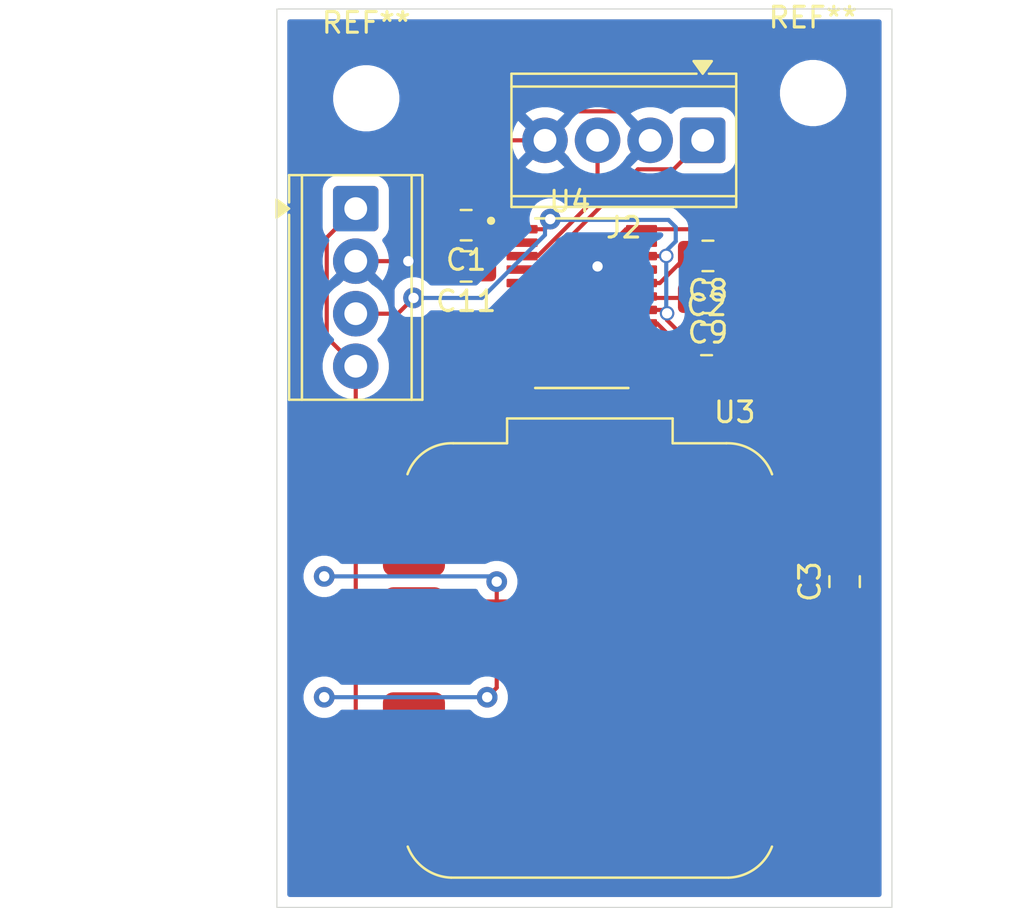
<source format=kicad_pcb>
(kicad_pcb (version 20241229) (generator "pcbnew") (generator_version "9.0")
  (layers (0 "F.Cu" signal) (2 "B.Cu" signal) (13 "F.Paste" user) (15 "B.Paste" user) (5 "F.SilkS" user "F.Silkscreen") (7 "B.SilkS" user "B.Silkscreen") (1 "F.Mask" user) (3 "B.Mask" user) (25 "Edge.Cuts" user))
  (net 0 "")
  (net 1 "+3.3V")
  (net 2 "Net-(U4-REF)")
  (net 3 "Net-(U4-REFCAP)")
  (net 4 "Net-(U3-PA6_A10_D10_MOSI)")
  (net 5 "Net-(U3-PA7_A8_D8_SCK)")
  (net 8 "Net-(U3-PA02_A0_D0)")
  (net 11 "Net-(U3-PA4_A1_D1)")
  (net 14 "Net-(U3-PA5_A9_D9_MISO)")
  (net 16 "Net-(J2-Pin_3)")
  (net 17 "Net-(J2-Pin_1)")
  (net 23 "+5V")
  (net 24 "GND")
  (footprint "RF_Module:MCU_Seeed_ESP32C3" (layer "F.Cu") (at 149.996 114.046)
    (property "Reference" "U3" (at 7 -12 0) (layer "F.SilkS"))
    (property "Value" "MOUDLE-SEEEDUINO-XIAO-ESP32C3")
    (fp_line (start -6.7 10.5) (end 6.7 10.5) (stroke (width 0.12)) (layer "F.SilkS"))
    (fp_line (start -4 -11.7) (end 4 -11.7) (stroke (width 0.12)) (layer "F.SilkS"))
    (fp_line (start -4 -10.5) (end -6.6 -10.5) (stroke (width 0.12)) (layer "F.SilkS"))
    (fp_line (start -4 -10.5) (end -4 -11.7) (stroke (width 0.12)) (layer "F.SilkS"))
    (fp_line (start 4 -11.7) (end 4 -10.5) (stroke (width 0.12)) (layer "F.SilkS"))
    (fp_line (start 6.6 -10.5) (end 4 -10.5) (stroke (width 0.12)) (layer "F.SilkS"))
    (fp_arc (start -8.812892 -9.00468) (mid -7.949609 -10.111769) (end -6.600468 -10.499999) (stroke (width 0.12)) (layer "F.SilkS"))
    (fp_arc (start -6.7 10.5) (mid -7.977232 10.068125) (end -8.8 9) (stroke (width 0.12)) (layer "F.SilkS"))
    (fp_arc (start 6.6 -10.499999) (mid 7.944325 -10.107116) (end 8.804034 -9.001464) (stroke (width 0.12)) (layer "F.SilkS"))
    (fp_arc (start 8.8 9) (mid 7.977232 10.068125) (end 6.7 10.5) (stroke (width 0.12)) (layer "F.SilkS"))
    (pad "1" smd roundrect (at -8.5 -7.62) (size 3 2) (layers "F.Cu" "F.Mask" "F.Paste") (net 8 "Net-(U3-PA02_A0_D0)"))
    (pad "2" smd roundrect (at -8.5 -5.08) (size 3 2) (layers "F.Cu" "F.Mask" "F.Paste") (net 11 "Net-(U3-PA4_A1_D1)"))
    (pad "3" smd roundrect (at -8.5 -2.54) (size 3 2) (layers "F.Cu" "F.Mask" "F.Paste"))
    (pad "4" smd roundrect (at -8.5 0) (size 3 2) (layers "F.Cu" "F.Mask" "F.Paste"))
    (pad "5" smd roundrect (at -8.5 2.54) (size 3 2) (layers "F.Cu" "F.Mask" "F.Paste"))
    (pad "6" smd roundrect (at -8.5 5.08) (size 3 2) (layers "F.Cu" "F.Mask" "F.Paste"))
    (pad "7" smd roundrect (at -8.5 7.62) (size 3 2) (layers "F.Cu" "F.Mask" "F.Paste"))
    (pad "8" smd roundrect (at 8.5 7.62) (size 3 2) (layers "F.Cu" "F.Mask" "F.Paste"))
    (pad "9" smd roundrect (at 8.5 5.08) (size 3 2) (layers "F.Cu" "F.Mask" "F.Paste") (net 5 "Net-(U3-PA7_A8_D8_SCK)"))
    (pad "10" smd roundrect (at 8.5 2.54) (size 3 2) (layers "F.Cu" "F.Mask" "F.Paste") (net 14 "Net-(U3-PA5_A9_D9_MISO)"))
    (pad "11" smd roundrect (at 8.5 0) (size 3 2) (layers "F.Cu" "F.Mask" "F.Paste") (net 4 "Net-(U3-PA6_A10_D10_MOSI)"))
    (pad "12" smd roundrect (at 8.5 -2.54) (size 3 2) (layers "F.Cu" "F.Mask" "F.Paste") (net 1 "+3.3V"))
    (pad "13" smd roundrect (at 8.5 -5.08) (size 3 2) (layers "F.Cu" "F.Mask" "F.Paste") (net 24 "GND"))
    (pad "14" smd roundrect (at 8.5 -7.62) (size 3 2) (layers "F.Cu" "F.Mask" "F.Paste"))
    (pad "15" smd roundrect (at 2.1 0.6) (size 3.5 3.5) (property pad_prop_heatsink) (layers "F.Cu" "F.Mask") (roundrect_rratio 0.07142857143))
    (pad "16" smd roundrect (at -4.5 -0.4) (size 2.3 1.3) (layers "F.Cu" "F.Mask" "F.Paste") (roundrect_rratio 0.1923076923))
    (pad "17" smd roundrect (at -4.5 -2.3) (size 2.3 1.3) (layers "F.Cu" "F.Mask" "F.Paste") (roundrect_rratio 0.1923076923))
    (pad "18" smd circle (at -1.27 -8.62) (size 1.3 1.3) (layers "F.Cu" "F.Mask" "F.Paste"))
    (pad "19" smd circle (at -1.27 -6.04) (size 1.3 1.3) (layers "F.Cu" "F.Mask" "F.Paste"))
    (pad "20" smd circle (at -1.27 -3.5) (size 1.3 1.3) (layers "F.Cu" "F.Mask" "F.Paste"))
    (pad "21" smd circle (at 1.27 -3.5) (size 1.3 1.3) (layers "F.Cu" "F.Mask" "F.Paste"))
    (pad "22" smd circle (at 1.27 -6.04) (size 1.3 1.3) (layers "F.Cu" "F.Mask" "F.Paste"))
    (pad "23" smd circle (at 1.27 -8.62) (size 1.3 1.3) (layers "F.Cu" "F.Mask" "F.Paste"))
  )
  (footprint "MountingHole:MountingHole_2.7mm_M2.5" (layer "F.Cu") (at 139.192 86.868)
    (property "Reference" "REF**" (at 0 -3.65 0) (layer "F.SilkS"))
    (property "Value" "MountingHole_2.7mm_M2.5")
    (pad "" np_thru_hole circle (at 0 0) (size 2.7 2.7) (drill 2.7) (layers "*.Cu" "*.Mask"))
  )
  (footprint "Max1032:SOP65P640X110-24N" (layer "F.Cu") (at 149.606 96.774)
    (property "Reference" "U4" (at -0.575 -4.912 0) (layer "F.SilkS"))
    (property "Value" "MAX1032BEUG_")
    (fp_line (start -2.25 -4.1) (end 2.25 -4.1) (stroke (width 0.127)) (layer "F.SilkS"))
    (fp_line (start -2.25 4.1) (end 2.25 4.1) (stroke (width 0.127)) (layer "F.SilkS"))
    (fp_circle (center -4.385 -3.985) (end -4.285 -3.985) (stroke (width 0.2)) (fill no) (layer "F.SilkS"))
    (pad "1" smd roundrect (at -2.885 -3.575) (size 1.5 0.41) (layers "F.Cu" "F.Mask" "F.Paste") (roundrect_rratio 0.125) (net 23 "+5V"))
    (pad "2" smd roundrect (at -2.885 -2.925) (size 1.5 0.41) (layers "F.Cu" "F.Mask" "F.Paste") (roundrect_rratio 0.125) (net 23 "+5V"))
    (pad "3" smd roundrect (at -2.885 -2.275) (size 1.5 0.41) (layers "F.Cu" "F.Mask" "F.Paste") (roundrect_rratio 0.125) (net 16 "Net-(J2-Pin_3)"))
    (pad "4" smd roundrect (at -2.885 -1.625) (size 1.5 0.41) (layers "F.Cu" "F.Mask" "F.Paste") (roundrect_rratio 0.125) (net 17 "Net-(J2-Pin_1)"))
    (pad "5" smd roundrect (at -2.885 -0.975) (size 1.5 0.41) (layers "F.Cu" "F.Mask" "F.Paste") (roundrect_rratio 0.125))
    (pad "6" smd roundrect (at -2.885 -0.325) (size 1.5 0.41) (layers "F.Cu" "F.Mask" "F.Paste") (roundrect_rratio 0.125))
    (pad "7" smd roundrect (at -2.885 0.325) (size 1.5 0.41) (layers "F.Cu" "F.Mask" "F.Paste") (roundrect_rratio 0.125))
    (pad "8" smd roundrect (at -2.885 0.975) (size 1.5 0.41) (layers "F.Cu" "F.Mask" "F.Paste") (roundrect_rratio 0.125))
    (pad "9" smd roundrect (at -2.885 1.625) (size 1.5 0.41) (layers "F.Cu" "F.Mask" "F.Paste") (roundrect_rratio 0.125))
    (pad "10" smd roundrect (at -2.885 2.275) (size 1.5 0.41) (layers "F.Cu" "F.Mask" "F.Paste") (roundrect_rratio 0.125) (net 8 "Net-(U3-PA02_A0_D0)"))
    (pad "11" smd roundrect (at -2.885 2.925) (size 1.5 0.41) (layers "F.Cu" "F.Mask" "F.Paste") (roundrect_rratio 0.125) (net 4 "Net-(U3-PA6_A10_D10_MOSI)"))
    (pad "12" smd roundrect (at -2.885 3.575) (size 1.5 0.41) (layers "F.Cu" "F.Mask" "F.Paste") (roundrect_rratio 0.125) (net 11 "Net-(U3-PA4_A1_D1)"))
    (pad "13" smd roundrect (at 2.885 3.575) (size 1.5 0.41) (layers "F.Cu" "F.Mask" "F.Paste") (roundrect_rratio 0.125) (net 5 "Net-(U3-PA7_A8_D8_SCK)"))
    (pad "14" smd roundrect (at 2.885 2.925) (size 1.5 0.41) (layers "F.Cu" "F.Mask" "F.Paste") (roundrect_rratio 0.125) (net 14 "Net-(U3-PA5_A9_D9_MISO)"))
    (pad "15" smd roundrect (at 2.885 2.275) (size 1.5 0.41) (layers "F.Cu" "F.Mask" "F.Paste") (roundrect_rratio 0.125) (net 24 "GND"))
    (pad "16" smd roundrect (at 2.885 1.625) (size 1.5 0.41) (layers "F.Cu" "F.Mask" "F.Paste") (roundrect_rratio 0.125) (net 24 "GND"))
    (pad "17" smd roundrect (at 2.885 0.975) (size 1.5 0.41) (layers "F.Cu" "F.Mask" "F.Paste") (roundrect_rratio 0.125) (net 1 "+3.3V"))
    (pad "18" smd roundrect (at 2.885 0.325) (size 1.5 0.41) (layers "F.Cu" "F.Mask" "F.Paste") (roundrect_rratio 0.125) (net 23 "+5V"))
    (pad "19" smd roundrect (at 2.885 -0.325) (size 1.5 0.41) (layers "F.Cu" "F.Mask" "F.Paste") (roundrect_rratio 0.125) (net 3 "Net-(U4-REFCAP)"))
    (pad "20" smd roundrect (at 2.885 -0.975) (size 1.5 0.41) (layers "F.Cu" "F.Mask" "F.Paste") (roundrect_rratio 0.125) (net 2 "Net-(U4-REF)"))
    (pad "21" smd roundrect (at 2.885 -1.625) (size 1.5 0.41) (layers "F.Cu" "F.Mask" "F.Paste") (roundrect_rratio 0.125) (net 24 "GND"))
    (pad "22" smd roundrect (at 2.885 -2.275) (size 1.5 0.41) (layers "F.Cu" "F.Mask" "F.Paste") (roundrect_rratio 0.125) (net 23 "+5V"))
    (pad "23" smd roundrect (at 2.885 -2.925) (size 1.5 0.41) (layers "F.Cu" "F.Mask" "F.Paste") (roundrect_rratio 0.125) (net 24 "GND"))
    (pad "24" smd roundrect (at 2.885 -3.575) (size 1.5 0.41) (layers "F.Cu" "F.Mask" "F.Paste") (roundrect_rratio 0.125) (net 24 "GND"))
  )
  (footprint "Capacitor_SMD:C_0805_2012Metric" (layer "F.Cu") (at 155.702 94.488 180)
    (property "Reference" "C8" (at 0 -1.68 0) (layer "F.SilkS"))
    (property "Value" "1e-6")
    (fp_line (start -0.261252 0.735) (end 0.261252 0.735) (stroke (width 0.12)) (layer "F.SilkS"))
    (fp_line (start -0.261252 -0.735) (end 0.261252 -0.735) (stroke (width 0.12)) (layer "F.SilkS"))
    (pad "1" smd roundrect (at -0.95 0 180) (size 1 1.45) (layers "F.Cu" "F.Mask" "F.Paste") (net 24 "GND"))
    (pad "2" smd roundrect (at 0.95 0 180) (size 1 1.45) (layers "F.Cu" "F.Mask" "F.Paste") (net 2 "Net-(U4-REF)"))
  )
  (footprint "TerminalBlock_Phoenix:TerminalBlock_Phoenix_MPT-0,5-4-2.54_1x04_P2.54mm_Horizontal" (layer "F.Cu") (at 155.448 88.9 180)
    (property "Reference" "J2" (at 3.81 -4.22 0) (layer "F.SilkS"))
    (property "Value" "Screw_Terminal_01x04")
    (fp_line (start 9.24 3.22) (end 0.3 3.22) (stroke (width 0.12)) (layer "F.SilkS"))
    (fp_line (start 9.24 -3.22) (end 9.24 3.22) (stroke (width 0.12)) (layer "F.SilkS"))
    (fp_line (start -0.3 3.22) (end -1.62 3.22) (stroke (width 0.12)) (layer "F.SilkS"))
    (fp_line (start -1.62 3.22) (end -1.62 -3.22) (stroke (width 0.12)) (layer "F.SilkS"))
    (fp_line (start -1.62 2.6) (end 9.24 2.6) (stroke (width 0.12)) (layer "F.SilkS"))
    (fp_line (start -1.62 -2.7) (end 9.24 -2.7) (stroke (width 0.12)) (layer "F.SilkS"))
    (fp_line (start -1.62 -3.22) (end 9.24 -3.22) (stroke (width 0.12)) (layer "F.SilkS"))
    (fp_poly (pts (xy 0 3.22) (xy 0.44 3.83) (xy -0.44 3.83)) (stroke (width 0.12)) (fill yes) (layer "F.SilkS"))
    (pad "1" thru_hole roundrect (at 0 0 180) (size 2.2 2.2) (drill 1.1) (layers "*.Cu" "*.Mask") (roundrect_rratio 0.113636) (net 17 "Net-(J2-Pin_1)"))
    (pad "2" thru_hole circle (at 2.54 0 180) (size 2.2 2.2) (drill 1.1) (layers "*.Cu" "*.Mask") (net 24 "GND"))
    (pad "3" thru_hole circle (at 5.08 0 180) (size 2.2 2.2) (drill 1.1) (layers "*.Cu" "*.Mask") (net 16 "Net-(J2-Pin_3)"))
    (pad "4" thru_hole circle (at 7.62 0 180) (size 2.2 2.2) (drill 1.1) (layers "*.Cu" "*.Mask") (net 24 "GND"))
  )
  (footprint "Capacitor_SMD:C_0805_2012Metric" (layer "F.Cu") (at 144.018 94.996 180)
    (property "Reference" "C11" (at 0 -1.68 0) (layer "F.SilkS"))
    (property "Value" "0.1e-6")
    (fp_line (start -0.261252 0.735) (end 0.261252 0.735) (stroke (width 0.12)) (layer "F.SilkS"))
    (fp_line (start -0.261252 -0.735) (end 0.261252 -0.735) (stroke (width 0.12)) (layer "F.SilkS"))
    (pad "1" smd roundrect (at -0.95 0 180) (size 1 1.45) (layers "F.Cu" "F.Mask" "F.Paste") (net 23 "+5V"))
    (pad "2" smd roundrect (at 0.95 0 180) (size 1 1.45) (layers "F.Cu" "F.Mask" "F.Paste") (net 24 "GND"))
  )
  (footprint "Capacitor_SMD:C_0805_2012Metric" (layer "F.Cu") (at 155.702 96.52 180)
    (property "Reference" "C9" (at 0 -1.68 0) (layer "F.SilkS"))
    (property "Value" "0.1e-6")
    (fp_line (start -0.261252 0.735) (end 0.261252 0.735) (stroke (width 0.12)) (layer "F.SilkS"))
    (fp_line (start -0.261252 -0.735) (end 0.261252 -0.735) (stroke (width 0.12)) (layer "F.SilkS"))
    (pad "1" smd roundrect (at -0.95 0 180) (size 1 1.45) (layers "F.Cu" "F.Mask" "F.Paste") (net 24 "GND"))
    (pad "2" smd roundrect (at 0.95 0 180) (size 1 1.45) (layers "F.Cu" "F.Mask" "F.Paste") (net 3 "Net-(U4-REFCAP)"))
  )
  (footprint "Capacitor_SMD:C_0805_2012Metric" (layer "F.Cu") (at 155.636 98.552)
    (property "Reference" "C2" (at 0 -1.68 0) (layer "F.SilkS"))
    (property "Value" "0.1e-6")
    (fp_line (start -0.261252 -0.735) (end 0.261252 -0.735) (stroke (width 0.12)) (layer "F.SilkS"))
    (fp_line (start -0.261252 0.735) (end 0.261252 0.735) (stroke (width 0.12)) (layer "F.SilkS"))
    (pad "1" smd roundrect (at -0.95 0) (size 1 1.45) (layers "F.Cu" "F.Mask" "F.Paste") (net 23 "+5V"))
    (pad "2" smd roundrect (at 0.95 0) (size 1 1.45) (layers "F.Cu" "F.Mask" "F.Paste") (net 24 "GND"))
  )
  (footprint "Capacitor_SMD:C_0805_2012Metric" (layer "F.Cu") (at 162.306 110.236 90)
    (property "Reference" "C3" (at 0 -1.68 90) (layer "F.SilkS"))
    (property "Value" "0.1e-6")
    (fp_line (start -0.261252 -0.735) (end 0.261252 -0.735) (stroke (width 0.12)) (layer "F.SilkS"))
    (fp_line (start -0.261252 0.735) (end 0.261252 0.735) (stroke (width 0.12)) (layer "F.SilkS"))
    (pad "1" smd roundrect (at -0.95 0 90) (size 1 1.45) (layers "F.Cu" "F.Mask" "F.Paste") (net 1 "+3.3V"))
    (pad "2" smd roundrect (at 0.95 0 90) (size 1 1.45) (layers "F.Cu" "F.Mask" "F.Paste") (net 24 "GND"))
  )
  (footprint "Capacitor_SMD:C_0805_2012Metric" (layer "F.Cu") (at 144.018 93.0025 180)
    (property "Reference" "C1" (at 0 -1.68 0) (layer "F.SilkS"))
    (property "Value" "0.1e-6")
    (fp_line (start -0.261252 0.735) (end 0.261252 0.735) (stroke (width 0.12)) (layer "F.SilkS"))
    (fp_line (start -0.261252 -0.735) (end 0.261252 -0.735) (stroke (width 0.12)) (layer "F.SilkS"))
    (pad "1" smd roundrect (at -0.95 0 180) (size 1 1.45) (layers "F.Cu" "F.Mask" "F.Paste") (net 23 "+5V"))
    (pad "2" smd roundrect (at 0.95 0 180) (size 1 1.45) (layers "F.Cu" "F.Mask" "F.Paste") (net 24 "GND"))
  )
  (footprint "TerminalBlock_Phoenix:TerminalBlock_Phoenix_MPT-0,5-4-2.54_1x04_P2.54mm_Horizontal" (layer "F.Cu") (at 138.684 92.202 -90)
    (property "Reference" "J1" (hide yes))
    (property "Value" "Screw_Terminal_01x04" (hide yes))
    (fp_line (start -1.62 3.22) (end -1.62 -3.22) (stroke (width 0.12)) (layer "F.SilkS"))
    (fp_line (start -0.3 3.22) (end -1.62 3.22) (stroke (width 0.12)) (layer "F.SilkS"))
    (fp_line (start 9.24 3.22) (end 0.3 3.22) (stroke (width 0.12)) (layer "F.SilkS"))
    (fp_line (start -1.62 2.6) (end 9.24 2.6) (stroke (width 0.12)) (layer "F.SilkS"))
    (fp_line (start -1.62 -2.7) (end 9.24 -2.7) (stroke (width 0.12)) (layer "F.SilkS"))
    (fp_line (start -1.62 -3.22) (end 9.24 -3.22) (stroke (width 0.12)) (layer "F.SilkS"))
    (fp_line (start 9.24 -3.22) (end 9.24 3.22) (stroke (width 0.12)) (layer "F.SilkS"))
    (fp_poly (pts (xy 0 3.22) (xy 0.44 3.83) (xy -0.44 3.83)) (stroke (width 0.12)) (fill yes) (layer "F.SilkS"))
    (pad "1" thru_hole roundrect (at 0 0 270) (size 2.2 2.2) (drill 1.1) (layers "*.Cu" "*.Mask") (roundrect_rratio 0.113636) (net 1 "+3.3V"))
    (pad "2" thru_hole circle (at 2.54 0 270) (size 2.2 2.2) (drill 1.1) (layers "*.Cu" "*.Mask") (net 24 "GND"))
    (pad "3" thru_hole circle (at 5.08 0 270) (size 2.2 2.2) (drill 1.1) (layers "*.Cu" "*.Mask") (net 23 "+5V"))
    (pad "4" thru_hole circle (at 7.62 0 270) (size 2.2 2.2) (drill 1.1) (layers "*.Cu" "*.Mask") (net 1 "+3.3V"))
  )
  (footprint "MountingHole:MountingHole_2.7mm_M2.5" (layer "F.Cu") (at 160.782 86.614)
    (property "Reference" "REF**" (at 0 -3.65 0) (layer "F.SilkS"))
    (property "Value" "MountingHole_2.7mm_M2.5")
    (pad "" np_thru_hole circle (at 0 0) (size 2.7 2.7) (drill 2.7) (layers "*.Cu" "*.Mask"))
  )
  (gr_line (start 134.874 82.55) (end 164.592 82.55) (stroke (width 0.05)) (layer "Edge.Cuts"))
  (gr_line (start 134.874 125.984) (end 134.874 82.55) (stroke (width 0.05)) (layer "Edge.Cuts"))
  (gr_line (start 164.592 82.55) (end 164.592 125.984) (stroke (width 0.05)) (layer "Edge.Cuts"))
  (gr_line (start 164.592 125.984) (end 134.874 125.984) (stroke (width 0.05)) (layer "Edge.Cuts"))
  (segment (start 145.496 115.362) (end 145.034 115.824) (width 0.2) (layer "F.Cu") (net 0))
  (segment (start 145.496 110.236) (end 145.496 111.746) (width 0.2) (layer "F.Cu") (net 0))
  (segment (start 145.496 113.646) (end 145.496 115.362) (width 0.2) (layer "F.Cu") (net 0))
  (via (at 137.16 115.824) (size 1) (drill 0.5) (layers "F.Cu" "B.Cu") (net 0))
  (via (at 145.496 110.236) (size 1) (drill 0.5) (layers "F.Cu" "B.Cu") (net 0))
  (via (at 137.16 109.982) (size 1) (drill 0.5) (layers "F.Cu" "B.Cu") (net 0))
  (via (at 145.034 115.824) (size 1) (drill 0.5) (layers "F.Cu" "B.Cu") (net 0))
  (segment (start 145.242 109.982) (end 137.16 109.982) (width 0.2) (layer "B.Cu") (net 0))
  (segment (start 145.496 110.236) (end 145.242 109.982) (width 0.2) (layer "B.Cu") (net 0))
  (segment (start 145.034 115.824) (end 137.16 115.824) (width 0.2) (layer "B.Cu") (net 0))
  (segment (start 156.185 110.695) (end 156.996 111.506) (width 0.2) (layer "F.Cu") (net 1))
  (segment (start 160.698 113.2) (end 159.004 111.506) (width 0.2) (layer "F.Cu") (net 1))
  (segment (start 137.283 98.421) (end 138.684 99.822) (width 0.2) (layer "F.Cu") (net 1))
  (segment (start 138.684 121.494058) (end 140.557942 123.368) (width 0.2) (layer "F.Cu") (net 1))
  (segment (start 138.684 99.822) (end 138.684 121.494058) (width 0.2) (layer "F.Cu") (net 1))
  (segment (start 153.240999 97.749) (end 153.885 98.393001) (width 0.2) (layer "F.Cu") (net 1))
  (segment (start 158.496 111.506) (end 162.0135 111.506) (width 0.2) (layer "F.Cu") (net 1))
  (segment (start 137.283 93.603) (end 137.283 98.421) (width 0.2) (layer "F.Cu") (net 1))
  (segment (start 153.885 98.393001) (end 153.885 99.775901) (width 0.2) (layer "F.Cu") (net 1))
  (segment (start 160.001158 123.368) (end 160.698 122.671158) (width 0.2) (layer "F.Cu") (net 1))
  (segment (start 156.996 111.506) (end 158.496 111.506) (width 0.2) (layer "F.Cu") (net 1))
  (segment (start 156.185 102.075901) (end 156.185 110.695) (width 0.2) (layer "F.Cu") (net 1))
  (segment (start 153.885 99.775901) (end 156.185 102.075901) (width 0.2) (layer "F.Cu") (net 1))
  (segment (start 139.695 122.505058) (end 140.557942 123.368) (width 0.2) (layer "F.Cu") (net 1))
  (segment (start 159.004 111.506) (end 158.496 111.506) (width 0.2) (layer "F.Cu") (net 1))
  (segment (start 152.491 97.749) (end 153.240999 97.749) (width 0.2) (layer "F.Cu") (net 1))
  (segment (start 138.684 92.202) (end 137.283 93.603) (width 0.2) (layer "F.Cu") (net 1))
  (segment (start 140.557942 123.368) (end 160.001158 123.368) (width 0.2) (layer "F.Cu") (net 1))
  (segment (start 160.698 122.671158) (end 160.698 113.2) (width 0.2) (layer "F.Cu") (net 1))
  (segment (start 154.686 94.488) (end 153.375 95.799) (width 0.2) (layer "F.Cu") (net 2))
  (segment (start 153.375 95.799) (end 152.491 95.799) (width 0.2) (layer "F.Cu") (net 2))
  (segment (start 152.562 96.52) (end 152.491 96.449) (width 0.2) (layer "F.Cu") (net 3))
  (segment (start 154.752 96.52) (end 152.562 96.52) (width 0.2) (layer "F.Cu") (net 3))
  (segment (start 159.835058 122.967) (end 156.63084 122.967) (width 0.2) (layer "F.Cu") (net 4))
  (segment (start 160.297 114.347) (end 160.297 122.505058) (width 0.2) (layer "F.Cu") (net 4))
  (segment (start 147.470999 99.699) (end 146.721 99.699) (width 0.2) (layer "F.Cu") (net 4))
  (segment (start 147.772 100.000001) (end 147.470999 99.699) (width 0.2) (layer "F.Cu") (net 4))
  (segment (start 160.297 122.505058) (end 159.835058 122.967) (width 0.2) (layer "F.Cu") (net 4))
  (segment (start 159.996 114.046) (end 160.297 114.347) (width 0.2) (layer "F.Cu") (net 4))
  (segment (start 158.496 114.046) (end 159.996 114.046) (width 0.2) (layer "F.Cu") (net 4))
  (segment (start 147.772 114.10816) (end 147.772 100.000001) (width 0.2) (layer "F.Cu") (net 4))
  (segment (start 156.63084 122.967) (end 147.772 114.10816) (width 0.2) (layer "F.Cu") (net 4))
  (segment (start 158.395942 119.126) (end 154.225421 114.955479) (width 0.2) (layer "F.Cu") (net 5))
  (segment (start 154.225421 114.955479) (end 154.225421 112.982579) (width 0.2) (layer "F.Cu") (net 5))
  (segment (start 152.491 111.248158) (end 152.491 100.349) (width 0.2) (layer "F.Cu") (net 5))
  (segment (start 158.496 119.126) (end 157.734 119.126) (width 0.2) (layer "F.Cu") (net 5))
  (segment (start 158.496 119.126) (end 158.395942 119.126) (width 0.2) (layer "F.Cu") (net 5))
  (segment (start 154.225421 112.982579) (end 152.491 111.248158) (width 0.2) (layer "F.Cu") (net 5))
  (segment (start 141.496 106.426) (end 141.496 103.571922) (width 0.2) (layer "F.Cu") (net 8))
  (segment (start 142.193738 103.571922) (end 145.542 100.22366) (width 0.2) (layer "F.Cu") (net 8))
  (segment (start 141.496 106.426) (end 141.395942 106.426) (width 0.2) (layer "F.Cu") (net 8))
  (segment (start 145.542 99.478001) (end 145.971001 99.049) (width 0.2) (layer "F.Cu") (net 8))
  (segment (start 141.496 103.571922) (end 142.193738 103.571922) (width 0.2) (layer "F.Cu") (net 8))
  (segment (start 145.542 100.22366) (end 145.542 99.478001) (width 0.2) (layer "F.Cu") (net 8))
  (segment (start 145.971001 99.049) (end 146.721 99.049) (width 0.2) (layer "F.Cu") (net 8))
  (segment (start 141.496 108.966) (end 142.996 108.966) (width 0.2) (layer "F.Cu") (net 11))
  (segment (start 146.721 105.241) (end 146.721 100.349) (width 0.2) (layer "F.Cu") (net 11))
  (segment (start 142.996 108.966) (end 146.721 105.241) (width 0.2) (layer "F.Cu") (net 11))
  (segment (start 153.542 100.000001) (end 153.240999 99.699) (width 0.2) (layer "F.Cu") (net 14))
  (segment (start 153.240999 99.699) (end 152.491 99.699) (width 0.2) (layer "F.Cu") (net 14))
  (segment (start 158.395942 116.586) (end 153.542 111.732058) (width 0.2) (layer "F.Cu") (net 14))
  (segment (start 153.542 111.732058) (end 153.542 100.000001) (width 0.2) (layer "F.Cu") (net 14))
  (segment (start 158.496 116.586) (end 158.395942 116.586) (width 0.2) (layer "F.Cu") (net 14))
  (segment (start 147.470999 94.499) (end 150.368 91.601999) (width 0.2) (layer "F.Cu") (net 16))
  (segment (start 150.368 91.601999) (end 150.368 88.9) (width 0.2) (layer "F.Cu") (net 16))
  (segment (start 146.721 94.499) (end 147.470999 94.499) (width 0.2) (layer "F.Cu") (net 16))
  (segment (start 152.318999 90.301) (end 154.047 90.301) (width 0.2) (layer "F.Cu") (net 17))
  (segment (start 146.721 95.149) (end 147.470999 95.149) (width 0.2) (layer "F.Cu") (net 17))
  (segment (start 154.047 90.301) (end 155.448 88.9) (width 0.2) (layer "F.Cu") (net 17))
  (segment (start 147.470999 95.149) (end 152.318999 90.301) (width 0.2) (layer "F.Cu") (net 17))
  (segment (start 139.192 97.282) (end 140.716 97.282) (width 0.2) (layer "F.Cu") (net 23))
  (segment (start 154.686 98.552) (end 154.686 98.4929) (width 0.2) (layer "F.Cu") (net 23))
  (segment (start 146.721 93.199) (end 146.721 93.849) (width 0.2) (layer "F.Cu") (net 23))
  (segment (start 144.968 94.996) (end 144.968 94.271) (width 0.2) (layer "F.Cu") (net 23))
  (segment (start 153.44181 94.488) (end 153.43081 94.499) (width 0.2) (layer "F.Cu") (net 23))
  (segment (start 147.809 93.199) (end 146.721 93.199) (width 0.2) (layer "F.Cu") (net 23))
  (segment (start 148.082 92.71) (end 148.082 92.926) (width 0.2) (layer "F.Cu") (net 23))
  (segment (start 153.68699 94.488) (end 153.44181 94.488) (width 0.2) (layer "F.Cu") (net 23))
  (segment (start 145.39 93.849) (end 146.721 93.849) (width 0.2) (layer "F.Cu") (net 23))
  (segment (start 153.72673 97.59273) (end 154.686 98.552) (width 0.2) (layer "F.Cu") (net 23))
  (segment (start 140.716 97.282) (end 141.478 96.52) (width 0.2) (layer "F.Cu") (net 23))
  (segment (start 153.562823 97.099) (end 153.72673 97.262907) (width 0.2) (layer "F.Cu") (net 23))
  (segment (start 144.968 93.0025) (end 146.5245 93.0025) (width 0.2) (layer "F.Cu") (net 23))
  (segment (start 146.5245 93.0025) (end 146.721 93.199) (width 0.2) (layer "F.Cu") (net 23))
  (segment (start 153.43081 94.499) (end 152.491 94.499) (width 0.2) (layer "F.Cu") (net 23))
  (segment (start 144.968 94.271) (end 145.39 93.849) (width 0.2) (layer "F.Cu") (net 23))
  (segment (start 153.72673 97.262907) (end 153.72673 97.59273) (width 0.2) (layer "F.Cu") (net 23))
  (segment (start 152.491 97.099) (end 153.562823 97.099) (width 0.2) (layer "F.Cu") (net 23))
  (segment (start 148.082 92.926) (end 147.809 93.199) (width 0.2) (layer "F.Cu") (net 23))
  (via (at 153.72673 97.262907) (size 0.7) (drill 0.5) (layers "F.Cu" "B.Cu") (net 23))
  (via (at 148.082 92.71) (size 1) (drill 0.5) (layers "F.Cu" "B.Cu") (net 23))
  (via (at 153.68699 94.488) (size 0.7) (drill 0.5) (layers "F.Cu" "B.Cu") (net 23))
  (via (at 141.478 96.52) (size 1) (drill 0.5) (layers "F.Cu" "B.Cu") (net 23))
  (segment (start 147.828 93.472) (end 144.78 96.52) (width 0.2) (layer "B.Cu") (net 23))
  (segment (start 147.828 92.964) (end 147.828 93.472) (width 0.2) (layer "B.Cu") (net 23))
  (segment (start 153.793678 92.745734) (end 148.300266 92.745734) (width 0.2) (layer "B.Cu") (net 23))
  (segment (start 153.68699 94.24282) (end 154.145735 93.784075) (width 0.2) (layer "B.Cu") (net 23))
  (segment (start 153.68699 94.488) (end 153.68699 97.223167) (width 0.2) (layer "B.Cu") (net 23))
  (segment (start 154.145735 93.097791) (end 153.793678 92.745734) (width 0.2) (layer "B.Cu") (net 23))
  (segment (start 148.264532 92.71) (end 148.082 92.71) (width 0.2) (layer "B.Cu") (net 23))
  (segment (start 148.300266 92.745734) (end 148.264532 92.71) (width 0.2) (layer "B.Cu") (net 23))
  (segment (start 154.145735 93.784075) (end 154.145735 93.097791) (width 0.2) (layer "B.Cu") (net 23))
  (segment (start 148.082 92.71) (end 147.828 92.964) (width 0.2) (layer "B.Cu") (net 23))
  (segment (start 153.68699 97.223167) (end 153.72673 97.262907) (width 0.2) (layer "B.Cu") (net 23))
  (segment (start 144.78 96.52) (end 141.478 96.52) (width 0.2) (layer "B.Cu") (net 23))
  (segment (start 153.68699 94.488) (end 153.68699 94.24282) (width 0.2) (layer "B.Cu") (net 23))
  (segment (start 152.908 88.9) (end 151.507 87.499) (width 0.2) (layer "F.Cu") (net 24))
  (segment (start 158.816 109.286) (end 158.496 108.966) (width 0.2) (layer "F.Cu") (net 24))
  (segment (start 151.739 98.399) (end 151.44 98.1) (width 0.2) (layer "F.Cu") (net 24))
  (segment (start 139.192 94.742) (end 141.224 94.742) (width 0.2) (layer "F.Cu") (net 24))
  (segment (start 151.44 95.497922) (end 151.788922 95.149) (width 0.2) (layer "F.Cu") (net 24))
  (segment (start 143.068 94.996) (end 141.478 94.996) (width 0.2) (layer "F.Cu") (net 24))
  (segment (start 152.491 98.399) (end 152.491 99.049) (width 0.2) (layer "F.Cu") (net 24))
  (segment (start 147.828 88.9) (end 144.526 88.9) (width 0.2) (layer "F.Cu") (net 24))
  (segment (start 156.586 94.488) (end 156.586 98.552) (width 0.2) (layer "F.Cu") (net 24))
  (segment (start 155.363 93.199) (end 152.491 93.199) (width 0.2) (layer "F.Cu") (net 24))
  (segment (start 150.368 94.996) (end 151.384 94.996) (width 0.2) (layer "F.Cu") (net 24))
  (segment (start 141.224 92.202) (end 141.224 94.742) (width 0.2) (layer "F.Cu") (net 24))
  (segment (start 156.652 94.488) (end 155.363 93.199) (width 0.2) (layer "F.Cu") (net 24))
  (segment (start 158.75 108.966) (end 159.0425 108.6735) (width 0.2) (layer "F.Cu") (net 24))
  (segment (start 156.996 108.966) (end 158.496 108.966) (width 0.2) (layer "F.Cu") (net 24))
  (segment (start 151.44 98.1) (end 151.44 95.497922) (width 0.2) (layer "F.Cu") (net 24))
  (segment (start 162.306 109.286) (end 158.816 109.286) (width 0.2) (layer "F.Cu") (net 24))
  (segment (start 143.068 93.0025) (end 143.068 94.996) (width 0.2) (layer "F.Cu") (net 24))
  (segment (start 156.586 108.556) (end 156.996 108.966) (width 0.2) (layer "F.Cu") (net 24))
  (segment (start 152.638734 93.346734) (end 152.491 93.199) (width 0.2) (layer "F.Cu") (net 24))
  (segment (start 151.537 95.149) (end 152.491 95.149) (width 0.2) (layer "F.Cu") (net 24))
  (segment (start 151.13 93.810001) (end 151.741001 93.199) (width 0.2) (layer "F.Cu") (net 24))
  (segment (start 152.491 98.399) (end 151.739 98.399) (width 0.2) (layer "F.Cu") (net 24))
  (segment (start 158.496 108.966) (end 158.75 108.966) (width 0.2) (layer "F.Cu") (net 24))
  (segment (start 156.586 98.552) (end 156.586 108.556) (width 0.2) (layer "F.Cu") (net 24))
  (segment (start 151.507 87.499) (end 149.229 87.499) (width 0.2) (layer "F.Cu") (net 24))
  (segment (start 144.526 88.9) (end 141.224 92.202) (width 0.2) (layer "F.Cu") (net 24))
  (segment (start 151.741001 93.199) (end 152.491 93.199) (width 0.2) (layer "F.Cu") (net 24))
  (segment (start 149.229 87.499) (end 147.828 88.9) (width 0.2) (layer "F.Cu") (net 24))
  (segment (start 141.478 94.996) (end 141.224 94.742) (width 0.2) (layer "F.Cu") (net 24))
  (segment (start 151.13 94.234) (end 151.13 93.810001) (width 0.2) (layer "F.Cu") (net 24))
  (segment (start 150.368 94.996) (end 151.13 94.234) (width 0.2) (layer "F.Cu") (net 24))
  (segment (start 151.384 94.996) (end 151.537 95.149) (width 0.2) (layer "F.Cu") (net 24))
  (segment (start 152.491 93.849) (end 152.491 93.199) (width 0.2) (layer "F.Cu") (net 24))
  (segment (start 151.788922 95.149) (end 152.491 95.149) (width 0.2) (layer "F.Cu") (net 24))
  (via (at 141.224 94.742) (size 1) (drill 0.5) (layers "F.Cu" "B.Cu") (net 24))
  (via (at 150.368 94.996) (size 1) (drill 0.5) (layers "F.Cu" "B.Cu") (net 24))
  (segment (start 140.946577 97.536) (end 140.462 97.051423) (width 0.2) (layer "B.Cu") (net 24))
  (segment (start 150.368 94.996) (end 150.368 95.504) (width 0.2) (layer "B.Cu") (net 24))
  (segment (start 152.146 93.98) (end 152.911469 93.98) (width 0.2) (layer "B.Cu") (net 24))
  (segment (start 140.462 95.504) (end 141.224 94.742) (width 0.2) (layer "B.Cu") (net 24))
  (segment (start 151.892 93.98) (end 152.146 93.98) (width 0.2) (layer "B.Cu") (net 24))
  (segment (start 148.336 97.536) (end 140.946577 97.536) (width 0.2) (layer "B.Cu") (net 24))
  (segment (start 150.368 95.504) (end 148.336 97.536) (width 0.2) (layer "B.Cu") (net 24))
  (segment (start 140.462 97.051423) (end 140.462 95.504) (width 0.2) (layer "B.Cu") (net 24))
  (zone (net 24) (net_name "GND") (layer "B.Cu") (priority 2) (connect_pads (clearance 0.5)) (min_thickness 0.25) (fill yes (thermal_gap 0.5) (thermal_bridge_width 0.5))
    (polygon (pts (xy 164.592 82.55) (xy 134.874 82.55) (xy 134.874 125.984) (xy 164.592 125.984)))
  )
)
</source>
